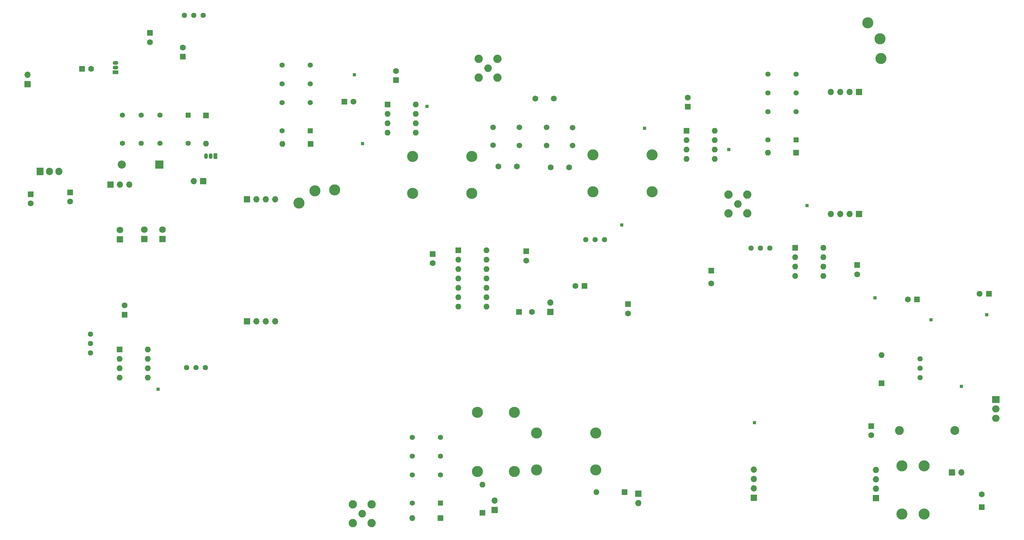
<source format=gbr>
%TF.GenerationSoftware,KiCad,Pcbnew,(6.0.7)*%
%TF.CreationDate,2023-02-22T17:07:51-05:00*%
%TF.ProjectId,Phoenix612 Complete v1,50686f65-6e69-4783-9631-3220436f6d70,rev?*%
%TF.SameCoordinates,Original*%
%TF.FileFunction,Soldermask,Bot*%
%TF.FilePolarity,Negative*%
%FSLAX46Y46*%
G04 Gerber Fmt 4.6, Leading zero omitted, Abs format (unit mm)*
G04 Created by KiCad (PCBNEW (6.0.7)) date 2023-02-22 17:07:51*
%MOMM*%
%LPD*%
G01*
G04 APERTURE LIST*
%ADD10R,1.800000X1.800000*%
%ADD11C,1.800000*%
%ADD12R,1.600000X1.600000*%
%ADD13C,1.600000*%
%ADD14C,1.440000*%
%ADD15R,1.700000X1.700000*%
%ADD16O,1.700000X1.700000*%
%ADD17C,1.500000*%
%ADD18R,0.850000X0.850000*%
%ADD19O,1.600000X1.600000*%
%ADD20C,3.000000*%
%ADD21R,1.400000X1.400000*%
%ADD22C,1.400000*%
%ADD23R,2.000000X1.905000*%
%ADD24O,2.000000X1.905000*%
%ADD25C,2.050000*%
%ADD26C,2.250000*%
%ADD27R,1.050000X1.500000*%
%ADD28O,1.050000X1.500000*%
%ADD29R,1.905000X2.000000*%
%ADD30O,1.905000X2.000000*%
%ADD31R,2.200000X2.200000*%
%ADD32O,2.200000X2.200000*%
%ADD33C,2.400000*%
%ADD34R,1.500000X1.050000*%
%ADD35O,1.500000X1.050000*%
G04 APERTURE END LIST*
D10*
%TO.C,D4*%
X50863500Y-105024000D03*
D11*
X50863500Y-102484000D03*
%TD*%
D12*
%TO.C,C43*%
X210778000Y-113472849D03*
D13*
X210778000Y-116972849D03*
%TD*%
D14*
%TO.C,RV4*%
X68262500Y-44426500D03*
X70802500Y-44426500D03*
X73342500Y-44426500D03*
%TD*%
D12*
%TO.C,C55*%
X250253500Y-112014000D03*
D13*
X250253500Y-114514000D03*
%TD*%
D15*
%TO.C,U11*%
X255270000Y-175052000D03*
D16*
X255270000Y-172512000D03*
X255270000Y-169972000D03*
X255270000Y-167432000D03*
X222250000Y-167386000D03*
X222250000Y-169926000D03*
X222250000Y-172466000D03*
D15*
X222250000Y-175006000D03*
%TD*%
D17*
%TO.C,Y3*%
X166243000Y-74766000D03*
X166243000Y-79646000D03*
%TD*%
D13*
%TO.C,C27*%
X163171500Y-66929000D03*
X168171500Y-66929000D03*
%TD*%
D18*
%TO.C,J7*%
X215519000Y-80708500D03*
%TD*%
D15*
%TO.C,U2*%
X85171000Y-127254000D03*
D16*
X87711000Y-127254000D03*
X90251000Y-127254000D03*
X92791000Y-127254000D03*
X92837000Y-94234000D03*
X90297000Y-94234000D03*
X87757000Y-94234000D03*
D15*
X85217000Y-94234000D03*
%TD*%
D12*
%TO.C,D9*%
X137541000Y-180467000D03*
D19*
X129921000Y-180467000D03*
%TD*%
D20*
%TO.C,T5*%
X179513500Y-157433000D03*
X163513500Y-157433000D03*
X179513500Y-167433000D03*
X163513500Y-167433000D03*
%TD*%
D18*
%TO.C,J4*%
X133858000Y-69088000D03*
%TD*%
D15*
%TO.C,J3*%
X73378500Y-89281000D03*
D16*
X70838500Y-89281000D03*
%TD*%
D17*
%TO.C,Y4*%
X173228000Y-79666000D03*
X173228000Y-74786000D03*
%TD*%
D12*
%TO.C,D6*%
X102425500Y-79248000D03*
D19*
X94805500Y-79248000D03*
%TD*%
D20*
%TO.C,T4*%
X268366500Y-179347000D03*
X268366500Y-166347000D03*
X262366500Y-179347000D03*
X262366500Y-166347000D03*
%TD*%
D21*
%TO.C,K4*%
X137557000Y-176434000D03*
D22*
X137557000Y-168814000D03*
X137557000Y-163734000D03*
X137557000Y-158654000D03*
X129937000Y-158654000D03*
X129937000Y-163734000D03*
X129937000Y-168814000D03*
X129937000Y-176434000D03*
%TD*%
D17*
%TO.C,Y1*%
X151765000Y-74702500D03*
X151765000Y-79582500D03*
%TD*%
D12*
%TO.C,C71*%
X254000000Y-155565349D03*
D13*
X254000000Y-158065349D03*
%TD*%
D18*
%TO.C,J14*%
X236664500Y-95885000D03*
%TD*%
D15*
%TO.C,J20*%
X275839000Y-168148000D03*
D16*
X278379000Y-168148000D03*
%TD*%
D12*
%TO.C,C49*%
X58991500Y-49189000D03*
D13*
X58991500Y-51689000D03*
%TD*%
D15*
%TO.C,J34*%
X191008000Y-173863000D03*
D16*
X191008000Y-176403000D03*
%TD*%
D23*
%TO.C,Q3*%
X287726000Y-148399500D03*
D24*
X287726000Y-150939500D03*
X287726000Y-153479500D03*
%TD*%
D12*
%TO.C,D10*%
X148844000Y-179070000D03*
D19*
X148844000Y-171450000D03*
%TD*%
D12*
%TO.C,U8*%
X233489500Y-107315000D03*
D19*
X233489500Y-109855000D03*
X233489500Y-112395000D03*
X233489500Y-114935000D03*
X241109500Y-114935000D03*
X241109500Y-112395000D03*
X241109500Y-109855000D03*
X241109500Y-107315000D03*
%TD*%
D14*
%TO.C,RV5*%
X226568000Y-107378500D03*
X224028000Y-107378500D03*
X221488000Y-107378500D03*
%TD*%
D12*
%TO.C,U7*%
X142313500Y-108008500D03*
D19*
X142313500Y-110548500D03*
X142313500Y-113088500D03*
X142313500Y-115628500D03*
X142313500Y-118168500D03*
X142313500Y-120708500D03*
X142313500Y-123248500D03*
X149933500Y-123248500D03*
X149933500Y-120708500D03*
X149933500Y-118168500D03*
X149933500Y-115628500D03*
X149933500Y-113088500D03*
X149933500Y-110548500D03*
X149933500Y-108008500D03*
%TD*%
D15*
%TO.C,U9*%
X250744000Y-65151000D03*
D16*
X248204000Y-65151000D03*
X245664000Y-65151000D03*
X243124000Y-65151000D03*
X243078000Y-98171000D03*
X245618000Y-98171000D03*
X248158000Y-98171000D03*
D15*
X250698000Y-98171000D03*
%TD*%
D14*
%TO.C,RV3*%
X181895500Y-105092500D03*
X179355500Y-105092500D03*
X176815500Y-105092500D03*
%TD*%
D12*
%TO.C,D11*%
X187325000Y-173418500D03*
D19*
X179705000Y-173418500D03*
%TD*%
D12*
%TO.C,C16*%
X125476000Y-61985651D03*
D13*
X125476000Y-59485651D03*
%TD*%
D15*
%TO.C,J2*%
X48275000Y-90233500D03*
D16*
X50815000Y-90233500D03*
X53355000Y-90233500D03*
%TD*%
D25*
%TO.C,J32*%
X116332000Y-179260500D03*
D26*
X113792000Y-176720500D03*
X118872000Y-181800500D03*
X113792000Y-181800500D03*
X118872000Y-176720500D03*
%TD*%
D12*
%TO.C,C10*%
X37338000Y-92321500D03*
D13*
X37338000Y-94821500D03*
%TD*%
D25*
%TO.C,J5*%
X150368000Y-58737500D03*
D26*
X147828000Y-61277500D03*
X152908000Y-56197500D03*
X147828000Y-56197500D03*
X152908000Y-61277500D03*
%TD*%
D12*
%TO.C,D8*%
X256857500Y-144028000D03*
D19*
X256857500Y-136408000D03*
%TD*%
D18*
%TO.C,J15*%
X255016000Y-120904000D03*
%TD*%
D12*
%TO.C,U5*%
X204035500Y-75638500D03*
D19*
X204035500Y-78178500D03*
X204035500Y-80718500D03*
X204035500Y-83258500D03*
X211655500Y-83258500D03*
X211655500Y-80718500D03*
X211655500Y-78178500D03*
X211655500Y-75638500D03*
%TD*%
D18*
%TO.C,J16*%
X270192500Y-126809500D03*
%TD*%
D15*
%TO.C,J13*%
X25844500Y-63037000D03*
D16*
X25844500Y-60497000D03*
%TD*%
D12*
%TO.C,C45*%
X176497651Y-117665500D03*
D13*
X173997651Y-117665500D03*
%TD*%
D15*
%TO.C,J33*%
X152209500Y-178249500D03*
D16*
X152209500Y-175709500D03*
%TD*%
D12*
%TO.C,C50*%
X67881500Y-55626000D03*
D13*
X67881500Y-53126000D03*
%TD*%
%TO.C,C26*%
X158202000Y-85344000D03*
X153202000Y-85344000D03*
%TD*%
D14*
%TO.C,RV1*%
X42852500Y-135814000D03*
X42852500Y-133274000D03*
X42852500Y-130734000D03*
%TD*%
D12*
%TO.C,C65*%
X285823151Y-119761000D03*
D13*
X283323151Y-119761000D03*
%TD*%
D21*
%TO.C,K1*%
X69309500Y-71421500D03*
D22*
X61689500Y-71421500D03*
X56609500Y-71421500D03*
X51529500Y-71421500D03*
X51529500Y-79041500D03*
X56609500Y-79041500D03*
X61689500Y-79041500D03*
X69309500Y-79041500D03*
%TD*%
D18*
%TO.C,J8*%
X116459000Y-79121000D03*
%TD*%
%TO.C,J6*%
X114236500Y-60515500D03*
%TD*%
D15*
%TO.C,J12*%
X167269000Y-124714000D03*
D16*
X167269000Y-122174000D03*
%TD*%
D25*
%TO.C,J9*%
X217995500Y-95504000D03*
D26*
X220535500Y-92964000D03*
X215455500Y-92964000D03*
X220535500Y-98044000D03*
X215455500Y-98044000D03*
%TD*%
D18*
%TO.C,J19*%
X278384000Y-144843500D03*
%TD*%
D12*
%TO.C,C74*%
X283908500Y-177547651D03*
D13*
X283908500Y-174047651D03*
%TD*%
D27*
%TO.C,Q1*%
X76612000Y-82555000D03*
D28*
X75342000Y-82555000D03*
X74072000Y-82555000D03*
%TD*%
D18*
%TO.C,J18*%
X222440500Y-154686000D03*
%TD*%
D12*
%TO.C,C52*%
X40566849Y-58904500D03*
D13*
X43066849Y-58904500D03*
%TD*%
D20*
%TO.C,TR1*%
X99250500Y-95236000D03*
X103568500Y-91934000D03*
X108902500Y-91680000D03*
%TD*%
%TO.C,T1*%
X129985500Y-92630000D03*
X145985500Y-92630000D03*
X129985500Y-82630000D03*
X145985500Y-82630000D03*
%TD*%
D12*
%TO.C,C18*%
X111506000Y-67754500D03*
D13*
X114006000Y-67754500D03*
%TD*%
D12*
%TO.C,C20*%
X204416500Y-69161500D03*
D13*
X204416500Y-66661500D03*
%TD*%
D12*
%TO.C,D5*%
X74072000Y-71485000D03*
D19*
X74072000Y-79105000D03*
%TD*%
D18*
%TO.C,J1*%
X61140500Y-145605500D03*
%TD*%
D17*
%TO.C,Y2*%
X158877000Y-79602500D03*
X158877000Y-74722500D03*
%TD*%
D12*
%TO.C,C9*%
X26670000Y-92827349D03*
D13*
X26670000Y-95327349D03*
%TD*%
D10*
%TO.C,D3*%
X62357000Y-104965500D03*
D11*
X62357000Y-102425500D03*
%TD*%
D21*
%TO.C,K3*%
X233696000Y-78136000D03*
D22*
X233696000Y-70516000D03*
X233696000Y-65436000D03*
X233696000Y-60356000D03*
X226076000Y-60356000D03*
X226076000Y-65436000D03*
X226076000Y-70516000D03*
X226076000Y-78136000D03*
%TD*%
D29*
%TO.C,U3*%
X29210000Y-86670000D03*
D30*
X31750000Y-86670000D03*
X34290000Y-86670000D03*
%TD*%
D12*
%TO.C,U1*%
X50736500Y-134871500D03*
D19*
X50736500Y-137411500D03*
X50736500Y-139951500D03*
X50736500Y-142491500D03*
X58356500Y-142491500D03*
X58356500Y-139951500D03*
X58356500Y-137411500D03*
X58356500Y-134871500D03*
%TD*%
D20*
%TO.C,T2*%
X178753500Y-92185500D03*
X194753500Y-92185500D03*
X178753500Y-82185500D03*
X194753500Y-82185500D03*
%TD*%
D18*
%TO.C,J10*%
X192722500Y-74993500D03*
%TD*%
D20*
%TO.C,TR2*%
X253061500Y-46418500D03*
X256363500Y-50736500D03*
X256617500Y-56070500D03*
%TD*%
D18*
%TO.C,J17*%
X285251651Y-125412500D03*
%TD*%
D12*
%TO.C,C68*%
X266392151Y-121285000D03*
D13*
X263892151Y-121285000D03*
%TD*%
D12*
%TO.C,C36*%
X135392000Y-109014849D03*
D13*
X135392000Y-111514849D03*
%TD*%
D12*
%TO.C,C39*%
X158758349Y-124709000D03*
D13*
X162258349Y-124709000D03*
%TD*%
D12*
%TO.C,U4*%
X123200000Y-68526500D03*
D19*
X123200000Y-71066500D03*
X123200000Y-73606500D03*
X123200000Y-76146500D03*
X130820000Y-76146500D03*
X130820000Y-73606500D03*
X130820000Y-71066500D03*
X130820000Y-68526500D03*
%TD*%
D21*
%TO.C,K2*%
X102298500Y-75692000D03*
D22*
X102298500Y-68072000D03*
X102298500Y-62992000D03*
X102298500Y-57912000D03*
X94678500Y-57912000D03*
X94678500Y-62992000D03*
X94678500Y-68072000D03*
X94678500Y-75692000D03*
%TD*%
D14*
%TO.C,RV6*%
X267271500Y-137414000D03*
X267271500Y-139954000D03*
X267271500Y-142494000D03*
%TD*%
D12*
%TO.C,C2*%
X52060000Y-125409651D03*
D13*
X52060000Y-122909651D03*
%TD*%
D14*
%TO.C,RV2*%
X68824000Y-139763500D03*
X71364000Y-139763500D03*
X73904000Y-139763500D03*
%TD*%
D31*
%TO.C,D1*%
X61468000Y-84836000D03*
D32*
X51308000Y-84836000D03*
%TD*%
D18*
%TO.C,J11*%
X186521000Y-101155500D03*
%TD*%
D33*
%TO.C,L12*%
X261613000Y-156781500D03*
X276613000Y-156781500D03*
%TD*%
D13*
%TO.C,C25*%
X172299000Y-85534500D03*
X167299000Y-85534500D03*
%TD*%
D12*
%TO.C,C34*%
X160728500Y-108262500D03*
D13*
X160728500Y-110762500D03*
%TD*%
D10*
%TO.C,D2*%
X57394349Y-104960500D03*
D11*
X57394349Y-102420500D03*
%TD*%
D34*
%TO.C,Q2*%
X49636000Y-59857000D03*
D35*
X49636000Y-58587000D03*
X49636000Y-57317000D03*
%TD*%
D12*
%TO.C,D7*%
X233743500Y-81597500D03*
D19*
X226123500Y-81597500D03*
%TD*%
D12*
%TO.C,C42*%
X188235500Y-122608849D03*
D13*
X188235500Y-125108849D03*
%TD*%
D20*
%TO.C,T6*%
X157543500Y-167830500D03*
X157543500Y-151830500D03*
X147543500Y-167830500D03*
X147543500Y-151830500D03*
%TD*%
M02*

</source>
